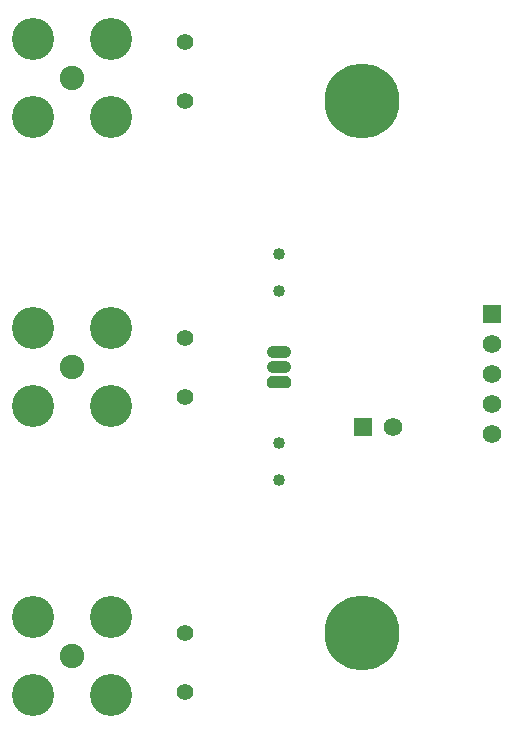
<source format=gts>
G04 DipTrace 2.4.0.2*
%INanalog-bnc_v10_TopMask.GTS*%
%MOIN*%
%ADD23C,0.25*%
%ADD31O,0.0815X0.0421*%
%ADD33C,0.0618*%
%ADD35R,0.0618X0.0618*%
%ADD37C,0.1406*%
%ADD39C,0.0815*%
%ADD41C,0.0559*%
%ADD43C,0.0402*%
%FSLAX44Y44*%
G04*
G70*
G90*
G75*
G01*
%LNTopMask*%
%LPD*%
D43*
X12992Y18272D3*
Y19524D3*
Y11972D3*
Y13224D3*
D41*
X9843Y24606D3*
Y26575D3*
Y14764D3*
Y16732D3*
Y4921D3*
Y6890D3*
D39*
X6102Y25394D3*
D37*
X4803Y26693D3*
X7402D3*
Y24094D3*
X4803D3*
D39*
X6102Y15748D3*
D37*
X4803Y17047D3*
X7402D3*
Y14449D3*
X4803D3*
D39*
X6102Y6102D3*
D37*
X4803Y7402D3*
X7402D3*
Y4803D3*
X4803D3*
D35*
X20091Y17504D3*
D33*
Y16504D3*
Y15504D3*
Y14504D3*
Y13504D3*
G36*
X13293Y15037D2*
X13400Y15144D1*
Y15352D1*
X13293Y15459D1*
X12691D1*
X12585Y15352D1*
Y15144D1*
X12691Y15037D1*
X13293D1*
G37*
D31*
X12992Y15748D3*
Y16248D3*
D35*
X15785Y13754D3*
D33*
X16785D3*
D23*
X15748Y24606D3*
Y6890D3*
M02*

</source>
